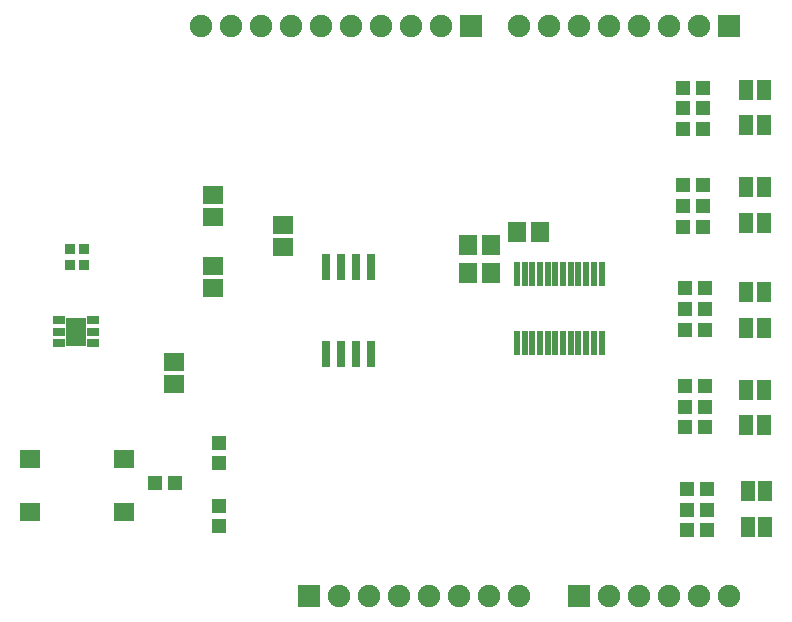
<source format=gts>
G04 DipTrace 3.1.0.0*
G04 ArduinoUnoHOBO.gts*
%MOIN*%
G04 #@! TF.FileFunction,Soldermask,Top*
G04 #@! TF.Part,Single*
%ADD41R,0.023748X0.078866*%
%ADD43R,0.070992X0.063118*%
%ADD45R,0.051307X0.04737*%
%ADD47R,0.035559X0.037528*%
%ADD49R,0.051307X0.067055*%
%ADD51R,0.070992X0.094614*%
%ADD53R,0.041465X0.027685*%
%ADD55R,0.031622X0.08674*%
%ADD57R,0.067055X0.059181*%
%ADD59R,0.059181X0.067055*%
%ADD61R,0.04737X0.051307*%
%ADD63C,0.074929*%
%ADD65R,0.074929X0.074929*%
%FSLAX26Y26*%
G04*
G70*
G90*
G75*
G01*
G04 TopMask*
%LPD*%
D65*
X2394000Y494000D3*
D63*
X2494000D3*
X2594000D3*
X2694000D3*
X2794000D3*
X2894000D3*
D61*
X1194084Y794042D3*
Y727113D3*
D59*
X2100429Y1569123D3*
X2025626D3*
X2100429Y1662883D3*
X2025626D3*
D57*
X1044068Y1275343D3*
Y1200539D3*
X1406709Y1656735D3*
Y1731538D3*
D65*
X2894000Y2394000D3*
D63*
X2794000D3*
X2694000D3*
X2594000D3*
X2494000D3*
X2394000D3*
X2294000D3*
X2194000D3*
D65*
X2034000D3*
D63*
X1934000D3*
X1834000D3*
X1734000D3*
X1634000D3*
X1534000D3*
X1434000D3*
X1334000D3*
X1234000D3*
X1134000D3*
D55*
X1550371Y1300345D3*
X1600371D3*
X1650371D3*
X1700371D3*
Y1591684D3*
X1650371D3*
X1600371D3*
X1550371D3*
D53*
X661117Y1412652D3*
Y1375251D3*
Y1337849D3*
X775290D3*
Y1375251D3*
Y1412652D3*
D51*
X718203Y1375251D3*
D49*
X2956500Y725239D3*
X3015555D3*
X2956500Y843349D3*
X3015555D3*
X2950518Y1387854D3*
X3009573D3*
X2950518Y1505965D3*
X3009573D3*
X2950518Y1062820D3*
X3009573D3*
X2950518Y1180930D3*
X3009573D3*
X2950518Y2062925D3*
X3009573D3*
X2950518Y2181035D3*
X3009573D3*
X2950518Y1737891D3*
X3009573D3*
X2950518Y1856001D3*
X3009573D3*
D47*
X744037Y1650382D3*
X696793D3*
X744037Y1597232D3*
X696793D3*
D65*
X1494000Y494000D3*
D63*
X1594000D3*
X1694000D3*
X1794000D3*
X1894000D3*
X1994000D3*
X2094000D3*
X2194000D3*
D59*
X2262946Y1706638D3*
X2188143D3*
D61*
X1194084Y937807D3*
Y1004736D3*
D45*
X981562Y869050D3*
X1048491D3*
D57*
X1175332Y1831651D3*
Y1756848D3*
Y1519118D3*
Y1593921D3*
D45*
X2754537Y850298D3*
X2821466D3*
X2748286Y1519118D3*
X2815215D3*
X2748304Y1194077D3*
X2815234D3*
X2742304Y2188070D3*
X2809234D3*
X2742035Y1862904D3*
X2808965D3*
X2754537Y781541D3*
X2821466D3*
X2748286Y1450361D3*
X2815215D3*
X2748286Y1125327D3*
X2815215D3*
X2742304Y2119312D3*
X2809234D3*
X2742035Y1794147D3*
X2808965D3*
X2754286Y712738D3*
X2821215D3*
X2748304Y1381605D3*
X2815234D3*
X2748304Y1056571D3*
X2815234D3*
X2742054Y2050425D3*
X2808983D3*
X2742054Y1725391D3*
X2808983D3*
D43*
X562768Y950308D3*
X877728D3*
X562768Y773143D3*
X877728D3*
D41*
X2187938Y1337849D3*
X2213529D3*
X2239119D3*
X2264710D3*
X2290301D3*
X2315891D3*
X2341482D3*
X2367072D3*
X2392663D3*
X2418253D3*
X2443844D3*
X2469434D3*
Y1566203D3*
X2443844Y1566196D3*
X2418253D3*
X2392663D3*
X2367072D3*
X2341482D3*
X2315891D3*
X2290301D3*
X2264710D3*
X2239119D3*
X2213529D3*
X2187938D3*
M02*

</source>
